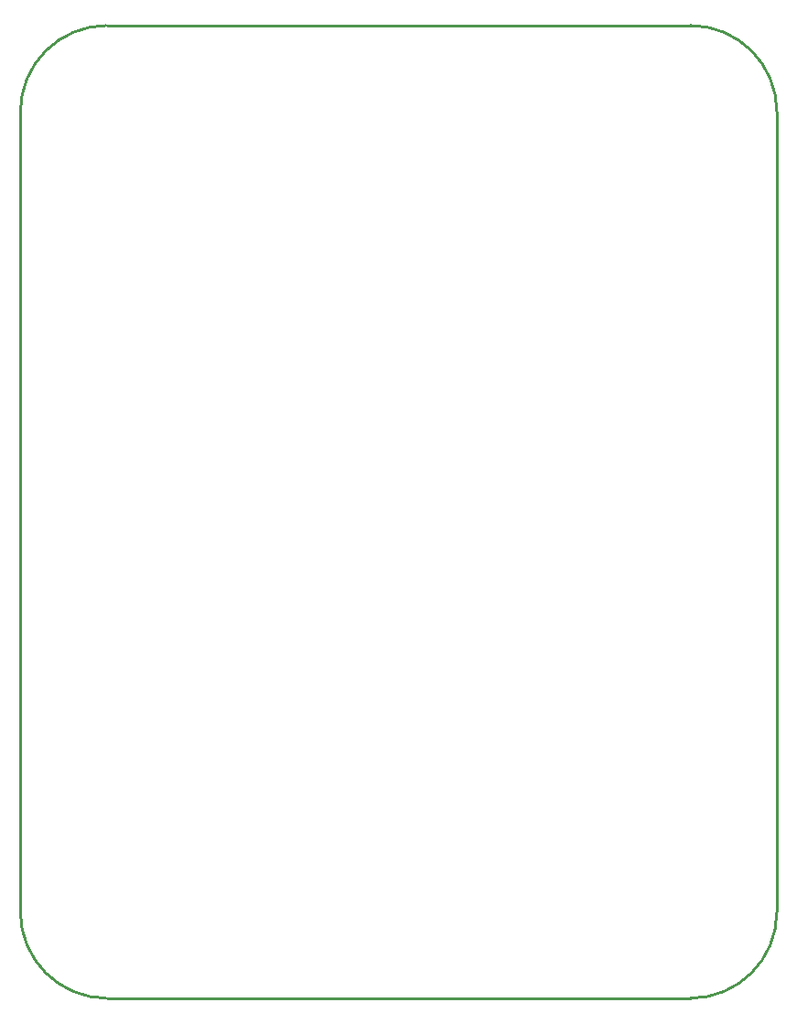
<source format=gko>
G04 Layer: BoardOutlineLayer*
G04 EasyEDA v6.5.42, 2024-05-16 00:57:31*
G04 d9f469ff45594f39a9365f2809714314,1c3c6ee5999b4fae9b5d841b4a43d368,10*
G04 Gerber Generator version 0.2*
G04 Scale: 100 percent, Rotated: No, Reflected: No *
G04 Dimensions in millimeters *
G04 leading zeros omitted , absolute positions ,4 integer and 5 decimal *
%FSLAX45Y45*%
%MOMM*%

%ADD10C,0.2540*%
D10*
X-4599990Y-2899994D02*
G01*
X-4599990Y4499990D01*
X1599996Y-3699992D02*
G01*
X-3799992Y-3699992D01*
X2399995Y4499990D02*
G01*
X2399995Y-2899994D01*
X-3799992Y5299989D02*
G01*
X1599996Y5299989D01*
G75*
G01*
X1599997Y5299989D02*
G02*
X2399995Y4499991I0J-799998D01*
G75*
G01*
X2399995Y-2899994D02*
G02*
X1599997Y-3699993I-799998J0D01*
G75*
G01*
X-3799992Y-3699993D02*
G02*
X-4599991Y-2899994I0J799999D01*
G75*
G01*
X-4599991Y4499991D02*
G02*
X-3799992Y5299989I799999J0D01*

%LPD*%
M02*

</source>
